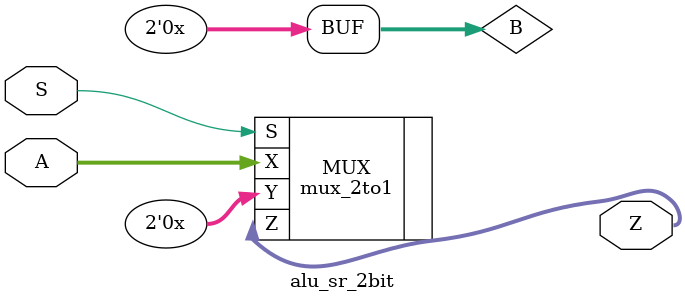
<source format=v>
`timescale 1ns / 1ps
`default_nettype none
module alu_sr_2bit(A, S, Z);

    parameter N = 2;

	//port definitions

	input wire [(N-1):0] A;
	input wire S;
    output wire [(N-1):0] Z;
    wire [(N-1):0] B;

    assign B[N-3:0] = A[N-1:2];
    assign B[N-1:N-2] = 2'b0;
    
	mux_2to1 #(.N(N)) MUX (.X(A), .Y(B), .S(S), .Z(Z));
endmodule
`default_nettype wire

</source>
